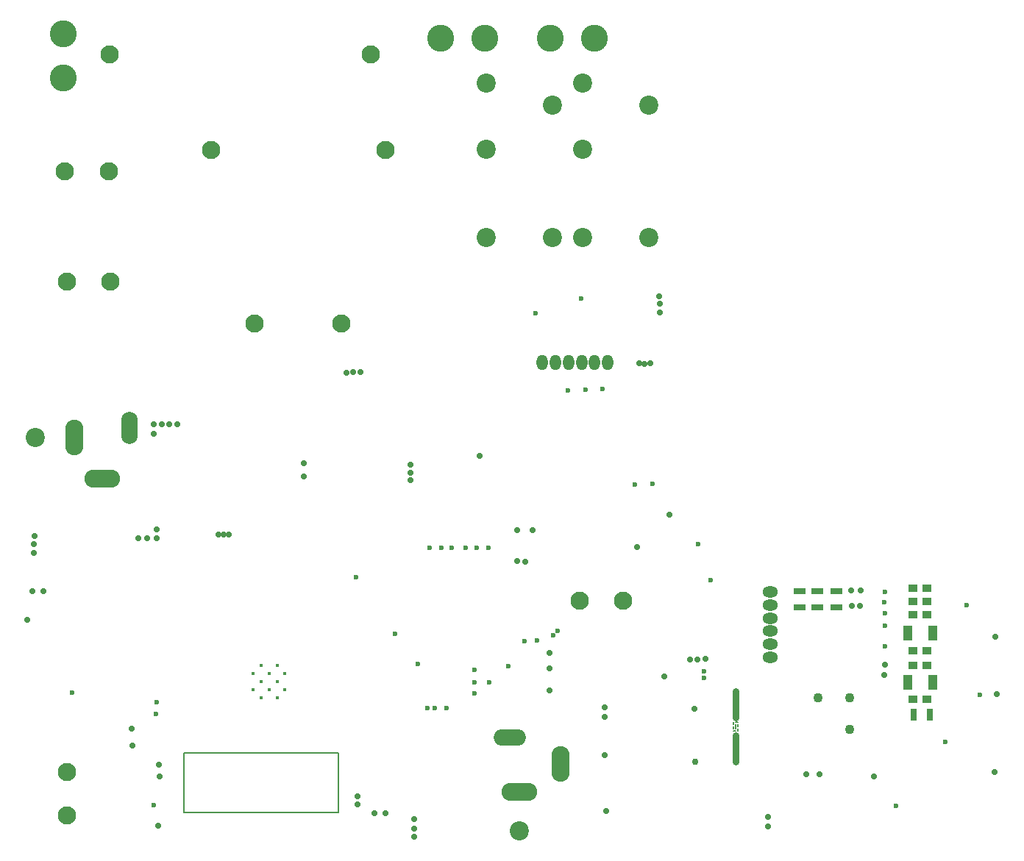
<source format=gbs>
G04*
G04 #@! TF.GenerationSoftware,Altium Limited,Altium Designer,21.6.4 (81)*
G04*
G04 Layer_Color=16711935*
%FSLAX25Y25*%
%MOIN*%
G70*
G04*
G04 #@! TF.SameCoordinates,B0EADD32-72DF-464D-AA4A-4A4E6069522B*
G04*
G04*
G04 #@! TF.FilePolarity,Negative*
G04*
G01*
G75*
%ADD17C,0.00500*%
%ADD18C,0.03000*%
%ADD59R,0.03937X0.06693*%
%ADD60R,0.04331X0.03543*%
%ADD63R,0.05512X0.03150*%
%ADD64R,0.03150X0.05512*%
%ADD91C,0.01575*%
%ADD92C,0.12205*%
%ADD93C,0.04331*%
%ADD94O,0.07087X0.05118*%
%ADD95C,0.08268*%
%ADD96C,0.08661*%
%ADD97O,0.16142X0.08268*%
%ADD98O,0.08268X0.16142*%
%ADD99O,0.14567X0.07480*%
%ADD100O,0.05118X0.07087*%
%ADD101O,0.07480X0.14567*%
%ADD102C,0.00394*%
%ADD103C,0.02362*%
%ADD104C,0.02756*%
%ADD105C,0.02972*%
D17*
X78000Y45000D02*
X148000D01*
Y18000D02*
Y45000D01*
X78000Y18000D02*
X148000D01*
X78000D02*
Y45000D01*
X328000Y56000D02*
Y57000D01*
Y58000D01*
Y59000D02*
X329000D01*
Y57000D02*
Y58000D01*
Y55000D02*
Y56000D01*
X327000Y55000D02*
X328000D01*
X327000Y56000D02*
Y57000D01*
Y58000D02*
Y59000D01*
D18*
X328000Y41000D02*
Y53000D01*
Y61000D02*
Y73000D01*
D59*
X405866Y99260D02*
D03*
X417284D02*
D03*
X405866Y77020D02*
D03*
X417284D02*
D03*
D60*
X414793Y91340D02*
D03*
X408356D02*
D03*
Y84500D02*
D03*
X414793D02*
D03*
X414793Y113610D02*
D03*
X408357D02*
D03*
X414793Y69300D02*
D03*
X408357D02*
D03*
X408356Y107530D02*
D03*
X414793D02*
D03*
X414793Y119550D02*
D03*
X408357D02*
D03*
D63*
X357110Y118310D02*
D03*
Y110830D02*
D03*
X365130Y110870D02*
D03*
Y118350D02*
D03*
X373660Y110800D02*
D03*
Y118280D02*
D03*
D64*
X408560Y62390D02*
D03*
X416040D02*
D03*
D91*
X113000Y84449D02*
D03*
X120224D02*
D03*
X109388Y80837D02*
D03*
X116612D02*
D03*
X123837D02*
D03*
X113000Y77224D02*
D03*
X120224D02*
D03*
X109388Y73612D02*
D03*
X116612D02*
D03*
X123837D02*
D03*
X113000Y70000D02*
D03*
X120224D02*
D03*
D92*
X214500Y369000D02*
D03*
X194500D02*
D03*
X264000D02*
D03*
X244000D02*
D03*
X23500Y371000D02*
D03*
Y351000D02*
D03*
D93*
X365363Y69907D02*
D03*
X379537D02*
D03*
Y55733D02*
D03*
D94*
X343550Y117821D02*
D03*
Y111916D02*
D03*
Y106010D02*
D03*
Y100104D02*
D03*
Y94199D02*
D03*
Y88293D02*
D03*
D95*
X44445Y361500D02*
D03*
X162555D02*
D03*
X257358Y113800D02*
D03*
X277043D02*
D03*
X24158Y308500D02*
D03*
X25000Y258500D02*
D03*
X43843Y308500D02*
D03*
X44685Y258500D02*
D03*
X25000Y36342D02*
D03*
Y16657D02*
D03*
X90445Y318240D02*
D03*
X169185D02*
D03*
X149500Y239500D02*
D03*
X110130D02*
D03*
D96*
X229894Y9539D02*
D03*
X215000Y278500D02*
D03*
X245000D02*
D03*
X215000Y318500D02*
D03*
X245000Y338500D02*
D03*
X215000Y348500D02*
D03*
X258600Y278700D02*
D03*
X288600D02*
D03*
X258600Y318700D02*
D03*
X288600Y338700D02*
D03*
X258600Y348700D02*
D03*
X10784Y188000D02*
D03*
D97*
X229894Y27256D02*
D03*
X41098Y169102D02*
D03*
D98*
X248791Y39854D02*
D03*
X28500Y188000D02*
D03*
D99*
X225563Y52059D02*
D03*
D100*
X270028Y221800D02*
D03*
X264122D02*
D03*
X258217D02*
D03*
X252311D02*
D03*
X246406D02*
D03*
X240500D02*
D03*
D101*
X53303Y192331D02*
D03*
D102*
X8500Y69906D02*
D03*
Y58095D02*
D03*
D103*
X188190Y65220D02*
D03*
X313550Y81954D02*
D03*
X247300Y100280D02*
D03*
X313550Y78986D02*
D03*
X245201Y98181D02*
D03*
X423090Y49780D02*
D03*
X400700Y20760D02*
D03*
X395540Y93090D02*
D03*
Y102720D02*
D03*
X395740Y108120D02*
D03*
X395470Y113120D02*
D03*
X395610Y117860D02*
D03*
X438640Y71320D02*
D03*
X432670Y111880D02*
D03*
X194755Y137808D02*
D03*
X189250Y137819D02*
D03*
X237420Y244380D02*
D03*
X209740Y71820D02*
D03*
X197070Y65240D02*
D03*
X191830Y65210D02*
D03*
X232364Y95640D02*
D03*
X225030Y84150D02*
D03*
X216480Y76890D02*
D03*
X209740Y76800D02*
D03*
X209620Y82440D02*
D03*
X238160Y95860D02*
D03*
X173530Y99046D02*
D03*
X65540Y67930D02*
D03*
X65430Y62680D02*
D03*
X184142Y85091D02*
D03*
X216160Y137819D02*
D03*
X199300D02*
D03*
X205690D02*
D03*
X210610D02*
D03*
X267660Y209880D02*
D03*
X282260Y166690D02*
D03*
X290490Y167070D02*
D03*
X260020Y209510D02*
D03*
X316730Y123080D02*
D03*
X310870Y139490D02*
D03*
X252080Y209190D02*
D03*
X155900Y124500D02*
D03*
X258000Y250820D02*
D03*
X64300Y21100D02*
D03*
X27300Y72400D02*
D03*
D104*
X314210Y87420D02*
D03*
X310670Y87330D02*
D03*
X307220Y87300D02*
D03*
X182320Y14760D02*
D03*
X182370Y10630D02*
D03*
X182420Y6870D02*
D03*
X10040Y135660D02*
D03*
X10120Y139540D02*
D03*
X10190Y143160D02*
D03*
X157900Y217460D02*
D03*
X154750D02*
D03*
X151780Y217400D02*
D03*
X289250Y221420D02*
D03*
X286760Y221370D02*
D03*
X284450Y221420D02*
D03*
X98310Y143850D02*
D03*
X95970D02*
D03*
X93750D02*
D03*
X65618Y146370D02*
D03*
X65620Y142252D02*
D03*
X61370D02*
D03*
X57250D02*
D03*
X156820Y21530D02*
D03*
X156750Y25390D02*
D03*
X66770Y39460D02*
D03*
X66930Y34330D02*
D03*
X211960Y179710D02*
D03*
X293680Y244690D02*
D03*
X293510Y248580D02*
D03*
X293340Y251960D02*
D03*
X283450Y138360D02*
D03*
X268640Y61400D02*
D03*
Y65440D02*
D03*
Y43880D02*
D03*
X232540Y131700D02*
D03*
X229140Y131800D02*
D03*
X66420Y11940D02*
D03*
X7100Y105310D02*
D03*
X180790Y168650D02*
D03*
Y171870D02*
D03*
Y175540D02*
D03*
X229110Y145880D02*
D03*
X236170Y146030D02*
D03*
X295550Y79730D02*
D03*
X309450Y64860D02*
D03*
X395500Y80290D02*
D03*
X395540Y84750D02*
D03*
X390700Y34350D02*
D03*
X359950Y35260D02*
D03*
X366160Y35380D02*
D03*
X384750Y118650D02*
D03*
X380470Y118580D02*
D03*
X342520Y11540D02*
D03*
Y16050D02*
D03*
X445230Y36330D02*
D03*
X384430Y111540D02*
D03*
X380720Y111500D02*
D03*
X446260Y71520D02*
D03*
X445620Y97440D02*
D03*
X269240Y18430D02*
D03*
X132400Y176300D02*
D03*
X132440Y170100D02*
D03*
X169180Y17680D02*
D03*
X164220Y17570D02*
D03*
X243560Y90230D02*
D03*
Y83080D02*
D03*
X243650Y73310D02*
D03*
X298160Y152980D02*
D03*
X54600Y48100D02*
D03*
X54500Y55800D02*
D03*
X9400Y118300D02*
D03*
X14400D02*
D03*
X64300Y189500D02*
D03*
X75000Y193900D02*
D03*
X71500D02*
D03*
X67900D02*
D03*
X64200D02*
D03*
D105*
X309660Y40930D02*
D03*
M02*

</source>
